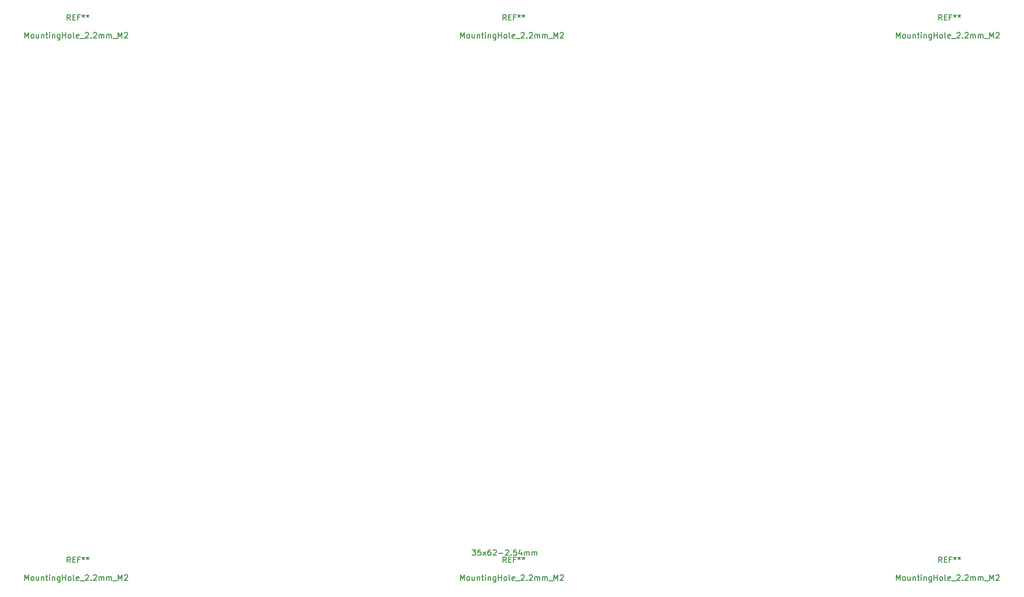
<source format=gbr>
%TF.GenerationSoftware,KiCad,Pcbnew,5.1.5-1.fc31*%
%TF.CreationDate,2020-02-21T03:24:36+01:00*%
%TF.ProjectId,board-35x62-2.54mm,626f6172-642d-4333-9578-36322d322e35,1.0*%
%TF.SameCoordinates,PX37b6b20PY8404630*%
%TF.FileFunction,Other,Fab,Top*%
%FSLAX46Y46*%
G04 Gerber Fmt 4.6, Leading zero omitted, Abs format (unit mm)*
G04 Created by KiCad (PCBNEW 5.1.5-1.fc31) date 2020-02-21 03:24:36*
%MOMM*%
%LPD*%
G04 APERTURE LIST*
%ADD10C,0.150000*%
G04 APERTURE END LIST*
D10*
X72954285Y4357620D02*
X73573333Y4357620D01*
X73240000Y3976667D01*
X73382857Y3976667D01*
X73478095Y3929048D01*
X73525714Y3881429D01*
X73573333Y3786191D01*
X73573333Y3548096D01*
X73525714Y3452858D01*
X73478095Y3405239D01*
X73382857Y3357620D01*
X73097142Y3357620D01*
X73001904Y3405239D01*
X72954285Y3452858D01*
X74478095Y4357620D02*
X74001904Y4357620D01*
X73954285Y3881429D01*
X74001904Y3929048D01*
X74097142Y3976667D01*
X74335238Y3976667D01*
X74430476Y3929048D01*
X74478095Y3881429D01*
X74525714Y3786191D01*
X74525714Y3548096D01*
X74478095Y3452858D01*
X74430476Y3405239D01*
X74335238Y3357620D01*
X74097142Y3357620D01*
X74001904Y3405239D01*
X73954285Y3452858D01*
X74859047Y3357620D02*
X75382857Y4024286D01*
X74859047Y4024286D02*
X75382857Y3357620D01*
X76192380Y4357620D02*
X76001904Y4357620D01*
X75906666Y4310000D01*
X75859047Y4262381D01*
X75763809Y4119524D01*
X75716190Y3929048D01*
X75716190Y3548096D01*
X75763809Y3452858D01*
X75811428Y3405239D01*
X75906666Y3357620D01*
X76097142Y3357620D01*
X76192380Y3405239D01*
X76240000Y3452858D01*
X76287619Y3548096D01*
X76287619Y3786191D01*
X76240000Y3881429D01*
X76192380Y3929048D01*
X76097142Y3976667D01*
X75906666Y3976667D01*
X75811428Y3929048D01*
X75763809Y3881429D01*
X75716190Y3786191D01*
X76668571Y4262381D02*
X76716190Y4310000D01*
X76811428Y4357620D01*
X77049523Y4357620D01*
X77144761Y4310000D01*
X77192380Y4262381D01*
X77240000Y4167143D01*
X77240000Y4071905D01*
X77192380Y3929048D01*
X76620952Y3357620D01*
X77240000Y3357620D01*
X77668571Y3738572D02*
X78430476Y3738572D01*
X78859047Y4262381D02*
X78906666Y4310000D01*
X79001904Y4357620D01*
X79240000Y4357620D01*
X79335238Y4310000D01*
X79382857Y4262381D01*
X79430476Y4167143D01*
X79430476Y4071905D01*
X79382857Y3929048D01*
X78811428Y3357620D01*
X79430476Y3357620D01*
X79859047Y3452858D02*
X79906666Y3405239D01*
X79859047Y3357620D01*
X79811428Y3405239D01*
X79859047Y3452858D01*
X79859047Y3357620D01*
X80811428Y4357620D02*
X80335238Y4357620D01*
X80287619Y3881429D01*
X80335238Y3929048D01*
X80430476Y3976667D01*
X80668571Y3976667D01*
X80763809Y3929048D01*
X80811428Y3881429D01*
X80859047Y3786191D01*
X80859047Y3548096D01*
X80811428Y3452858D01*
X80763809Y3405239D01*
X80668571Y3357620D01*
X80430476Y3357620D01*
X80335238Y3405239D01*
X80287619Y3452858D01*
X81716190Y4024286D02*
X81716190Y3357620D01*
X81478095Y4405239D02*
X81240000Y3690953D01*
X81859047Y3690953D01*
X82240000Y3357620D02*
X82240000Y4024286D01*
X82240000Y3929048D02*
X82287619Y3976667D01*
X82382857Y4024286D01*
X82525714Y4024286D01*
X82620952Y3976667D01*
X82668571Y3881429D01*
X82668571Y3357620D01*
X82668571Y3881429D02*
X82716190Y3976667D01*
X82811428Y4024286D01*
X82954285Y4024286D01*
X83049523Y3976667D01*
X83097142Y3881429D01*
X83097142Y3357620D01*
X83573333Y3357620D02*
X83573333Y4024286D01*
X83573333Y3929048D02*
X83620952Y3976667D01*
X83716190Y4024286D01*
X83859047Y4024286D01*
X83954285Y3976667D01*
X84001904Y3881429D01*
X84001904Y3357620D01*
X84001904Y3881429D02*
X84049523Y3976667D01*
X84144761Y4024286D01*
X84287619Y4024286D01*
X84382857Y3976667D01*
X84430476Y3881429D01*
X84430476Y3357620D01*
X70890952Y95407620D02*
X70890952Y96407620D01*
X71224285Y95693334D01*
X71557619Y96407620D01*
X71557619Y95407620D01*
X72176666Y95407620D02*
X72081428Y95455239D01*
X72033809Y95502858D01*
X71986190Y95598096D01*
X71986190Y95883810D01*
X72033809Y95979048D01*
X72081428Y96026667D01*
X72176666Y96074286D01*
X72319523Y96074286D01*
X72414761Y96026667D01*
X72462380Y95979048D01*
X72509999Y95883810D01*
X72509999Y95598096D01*
X72462380Y95502858D01*
X72414761Y95455239D01*
X72319523Y95407620D01*
X72176666Y95407620D01*
X73367142Y96074286D02*
X73367142Y95407620D01*
X72938571Y96074286D02*
X72938571Y95550477D01*
X72986190Y95455239D01*
X73081428Y95407620D01*
X73224285Y95407620D01*
X73319523Y95455239D01*
X73367142Y95502858D01*
X73843333Y96074286D02*
X73843333Y95407620D01*
X73843333Y95979048D02*
X73890952Y96026667D01*
X73986190Y96074286D01*
X74129047Y96074286D01*
X74224285Y96026667D01*
X74271904Y95931429D01*
X74271904Y95407620D01*
X74605238Y96074286D02*
X74986190Y96074286D01*
X74748095Y96407620D02*
X74748095Y95550477D01*
X74795714Y95455239D01*
X74890952Y95407620D01*
X74986190Y95407620D01*
X75319523Y95407620D02*
X75319523Y96074286D01*
X75319523Y96407620D02*
X75271904Y96360000D01*
X75319523Y96312381D01*
X75367142Y96360000D01*
X75319523Y96407620D01*
X75319523Y96312381D01*
X75795714Y96074286D02*
X75795714Y95407620D01*
X75795714Y95979048D02*
X75843333Y96026667D01*
X75938571Y96074286D01*
X76081428Y96074286D01*
X76176666Y96026667D01*
X76224285Y95931429D01*
X76224285Y95407620D01*
X77129047Y96074286D02*
X77129047Y95264762D01*
X77081428Y95169524D01*
X77033809Y95121905D01*
X76938571Y95074286D01*
X76795714Y95074286D01*
X76700476Y95121905D01*
X77129047Y95455239D02*
X77033809Y95407620D01*
X76843333Y95407620D01*
X76748095Y95455239D01*
X76700476Y95502858D01*
X76652857Y95598096D01*
X76652857Y95883810D01*
X76700476Y95979048D01*
X76748095Y96026667D01*
X76843333Y96074286D01*
X77033809Y96074286D01*
X77129047Y96026667D01*
X77605238Y95407620D02*
X77605238Y96407620D01*
X77605238Y95931429D02*
X78176666Y95931429D01*
X78176666Y95407620D02*
X78176666Y96407620D01*
X78795714Y95407620D02*
X78700476Y95455239D01*
X78652857Y95502858D01*
X78605238Y95598096D01*
X78605238Y95883810D01*
X78652857Y95979048D01*
X78700476Y96026667D01*
X78795714Y96074286D01*
X78938571Y96074286D01*
X79033809Y96026667D01*
X79081428Y95979048D01*
X79129047Y95883810D01*
X79129047Y95598096D01*
X79081428Y95502858D01*
X79033809Y95455239D01*
X78938571Y95407620D01*
X78795714Y95407620D01*
X79700476Y95407620D02*
X79605238Y95455239D01*
X79557619Y95550477D01*
X79557619Y96407620D01*
X80462380Y95455239D02*
X80367142Y95407620D01*
X80176666Y95407620D01*
X80081428Y95455239D01*
X80033809Y95550477D01*
X80033809Y95931429D01*
X80081428Y96026667D01*
X80176666Y96074286D01*
X80367142Y96074286D01*
X80462380Y96026667D01*
X80510000Y95931429D01*
X80510000Y95836191D01*
X80033809Y95740953D01*
X80700476Y95312381D02*
X81462380Y95312381D01*
X81652857Y96312381D02*
X81700476Y96360000D01*
X81795714Y96407620D01*
X82033809Y96407620D01*
X82129047Y96360000D01*
X82176666Y96312381D01*
X82224285Y96217143D01*
X82224285Y96121905D01*
X82176666Y95979048D01*
X81605238Y95407620D01*
X82224285Y95407620D01*
X82652857Y95502858D02*
X82700476Y95455239D01*
X82652857Y95407620D01*
X82605238Y95455239D01*
X82652857Y95502858D01*
X82652857Y95407620D01*
X83081428Y96312381D02*
X83129047Y96360000D01*
X83224285Y96407620D01*
X83462380Y96407620D01*
X83557619Y96360000D01*
X83605238Y96312381D01*
X83652857Y96217143D01*
X83652857Y96121905D01*
X83605238Y95979048D01*
X83033809Y95407620D01*
X83652857Y95407620D01*
X84081428Y95407620D02*
X84081428Y96074286D01*
X84081428Y95979048D02*
X84129047Y96026667D01*
X84224285Y96074286D01*
X84367142Y96074286D01*
X84462380Y96026667D01*
X84510000Y95931429D01*
X84510000Y95407620D01*
X84510000Y95931429D02*
X84557619Y96026667D01*
X84652857Y96074286D01*
X84795714Y96074286D01*
X84890952Y96026667D01*
X84938571Y95931429D01*
X84938571Y95407620D01*
X85414761Y95407620D02*
X85414761Y96074286D01*
X85414761Y95979048D02*
X85462380Y96026667D01*
X85557619Y96074286D01*
X85700476Y96074286D01*
X85795714Y96026667D01*
X85843333Y95931429D01*
X85843333Y95407620D01*
X85843333Y95931429D02*
X85890952Y96026667D01*
X85986190Y96074286D01*
X86129047Y96074286D01*
X86224285Y96026667D01*
X86271904Y95931429D01*
X86271904Y95407620D01*
X86510000Y95312381D02*
X87271904Y95312381D01*
X87510000Y95407620D02*
X87510000Y96407620D01*
X87843333Y95693334D01*
X88176666Y96407620D01*
X88176666Y95407620D01*
X88605238Y96312381D02*
X88652857Y96360000D01*
X88748095Y96407620D01*
X88986190Y96407620D01*
X89081428Y96360000D01*
X89129047Y96312381D01*
X89176666Y96217143D01*
X89176666Y96121905D01*
X89129047Y95979048D01*
X88557619Y95407620D01*
X89176666Y95407620D01*
X78976666Y98607620D02*
X78643333Y99083810D01*
X78405238Y98607620D02*
X78405238Y99607620D01*
X78786190Y99607620D01*
X78881428Y99560000D01*
X78929047Y99512381D01*
X78976666Y99417143D01*
X78976666Y99274286D01*
X78929047Y99179048D01*
X78881428Y99131429D01*
X78786190Y99083810D01*
X78405238Y99083810D01*
X79405238Y99131429D02*
X79738571Y99131429D01*
X79881428Y98607620D02*
X79405238Y98607620D01*
X79405238Y99607620D01*
X79881428Y99607620D01*
X80643333Y99131429D02*
X80310000Y99131429D01*
X80310000Y98607620D02*
X80310000Y99607620D01*
X80786190Y99607620D01*
X81310000Y99607620D02*
X81310000Y99369524D01*
X81071904Y99464762D02*
X81310000Y99369524D01*
X81548095Y99464762D01*
X81167142Y99179048D02*
X81310000Y99369524D01*
X81452857Y99179048D01*
X82071904Y99607620D02*
X82071904Y99369524D01*
X81833809Y99464762D02*
X82071904Y99369524D01*
X82310000Y99464762D01*
X81929047Y99179048D02*
X82071904Y99369524D01*
X82214761Y99179048D01*
X70890952Y-1112380D02*
X70890952Y-112380D01*
X71224285Y-826666D01*
X71557619Y-112380D01*
X71557619Y-1112380D01*
X72176666Y-1112380D02*
X72081428Y-1064761D01*
X72033809Y-1017142D01*
X71986190Y-921904D01*
X71986190Y-636190D01*
X72033809Y-540952D01*
X72081428Y-493333D01*
X72176666Y-445714D01*
X72319523Y-445714D01*
X72414761Y-493333D01*
X72462380Y-540952D01*
X72509999Y-636190D01*
X72509999Y-921904D01*
X72462380Y-1017142D01*
X72414761Y-1064761D01*
X72319523Y-1112380D01*
X72176666Y-1112380D01*
X73367142Y-445714D02*
X73367142Y-1112380D01*
X72938571Y-445714D02*
X72938571Y-969523D01*
X72986190Y-1064761D01*
X73081428Y-1112380D01*
X73224285Y-1112380D01*
X73319523Y-1064761D01*
X73367142Y-1017142D01*
X73843333Y-445714D02*
X73843333Y-1112380D01*
X73843333Y-540952D02*
X73890952Y-493333D01*
X73986190Y-445714D01*
X74129047Y-445714D01*
X74224285Y-493333D01*
X74271904Y-588571D01*
X74271904Y-1112380D01*
X74605238Y-445714D02*
X74986190Y-445714D01*
X74748095Y-112380D02*
X74748095Y-969523D01*
X74795714Y-1064761D01*
X74890952Y-1112380D01*
X74986190Y-1112380D01*
X75319523Y-1112380D02*
X75319523Y-445714D01*
X75319523Y-112380D02*
X75271904Y-160000D01*
X75319523Y-207619D01*
X75367142Y-160000D01*
X75319523Y-112380D01*
X75319523Y-207619D01*
X75795714Y-445714D02*
X75795714Y-1112380D01*
X75795714Y-540952D02*
X75843333Y-493333D01*
X75938571Y-445714D01*
X76081428Y-445714D01*
X76176666Y-493333D01*
X76224285Y-588571D01*
X76224285Y-1112380D01*
X77129047Y-445714D02*
X77129047Y-1255238D01*
X77081428Y-1350476D01*
X77033809Y-1398095D01*
X76938571Y-1445714D01*
X76795714Y-1445714D01*
X76700476Y-1398095D01*
X77129047Y-1064761D02*
X77033809Y-1112380D01*
X76843333Y-1112380D01*
X76748095Y-1064761D01*
X76700476Y-1017142D01*
X76652857Y-921904D01*
X76652857Y-636190D01*
X76700476Y-540952D01*
X76748095Y-493333D01*
X76843333Y-445714D01*
X77033809Y-445714D01*
X77129047Y-493333D01*
X77605238Y-1112380D02*
X77605238Y-112380D01*
X77605238Y-588571D02*
X78176666Y-588571D01*
X78176666Y-1112380D02*
X78176666Y-112380D01*
X78795714Y-1112380D02*
X78700476Y-1064761D01*
X78652857Y-1017142D01*
X78605238Y-921904D01*
X78605238Y-636190D01*
X78652857Y-540952D01*
X78700476Y-493333D01*
X78795714Y-445714D01*
X78938571Y-445714D01*
X79033809Y-493333D01*
X79081428Y-540952D01*
X79129047Y-636190D01*
X79129047Y-921904D01*
X79081428Y-1017142D01*
X79033809Y-1064761D01*
X78938571Y-1112380D01*
X78795714Y-1112380D01*
X79700476Y-1112380D02*
X79605238Y-1064761D01*
X79557619Y-969523D01*
X79557619Y-112380D01*
X80462380Y-1064761D02*
X80367142Y-1112380D01*
X80176666Y-1112380D01*
X80081428Y-1064761D01*
X80033809Y-969523D01*
X80033809Y-588571D01*
X80081428Y-493333D01*
X80176666Y-445714D01*
X80367142Y-445714D01*
X80462380Y-493333D01*
X80510000Y-588571D01*
X80510000Y-683809D01*
X80033809Y-779047D01*
X80700476Y-1207619D02*
X81462380Y-1207619D01*
X81652857Y-207619D02*
X81700476Y-160000D01*
X81795714Y-112380D01*
X82033809Y-112380D01*
X82129047Y-160000D01*
X82176666Y-207619D01*
X82224285Y-302857D01*
X82224285Y-398095D01*
X82176666Y-540952D01*
X81605238Y-1112380D01*
X82224285Y-1112380D01*
X82652857Y-1017142D02*
X82700476Y-1064761D01*
X82652857Y-1112380D01*
X82605238Y-1064761D01*
X82652857Y-1017142D01*
X82652857Y-1112380D01*
X83081428Y-207619D02*
X83129047Y-160000D01*
X83224285Y-112380D01*
X83462380Y-112380D01*
X83557619Y-160000D01*
X83605238Y-207619D01*
X83652857Y-302857D01*
X83652857Y-398095D01*
X83605238Y-540952D01*
X83033809Y-1112380D01*
X83652857Y-1112380D01*
X84081428Y-1112380D02*
X84081428Y-445714D01*
X84081428Y-540952D02*
X84129047Y-493333D01*
X84224285Y-445714D01*
X84367142Y-445714D01*
X84462380Y-493333D01*
X84510000Y-588571D01*
X84510000Y-1112380D01*
X84510000Y-588571D02*
X84557619Y-493333D01*
X84652857Y-445714D01*
X84795714Y-445714D01*
X84890952Y-493333D01*
X84938571Y-588571D01*
X84938571Y-1112380D01*
X85414761Y-1112380D02*
X85414761Y-445714D01*
X85414761Y-540952D02*
X85462380Y-493333D01*
X85557619Y-445714D01*
X85700476Y-445714D01*
X85795714Y-493333D01*
X85843333Y-588571D01*
X85843333Y-1112380D01*
X85843333Y-588571D02*
X85890952Y-493333D01*
X85986190Y-445714D01*
X86129047Y-445714D01*
X86224285Y-493333D01*
X86271904Y-588571D01*
X86271904Y-1112380D01*
X86510000Y-1207619D02*
X87271904Y-1207619D01*
X87510000Y-1112380D02*
X87510000Y-112380D01*
X87843333Y-826666D01*
X88176666Y-112380D01*
X88176666Y-1112380D01*
X88605238Y-207619D02*
X88652857Y-160000D01*
X88748095Y-112380D01*
X88986190Y-112380D01*
X89081428Y-160000D01*
X89129047Y-207619D01*
X89176666Y-302857D01*
X89176666Y-398095D01*
X89129047Y-540952D01*
X88557619Y-1112380D01*
X89176666Y-1112380D01*
X78976666Y2087620D02*
X78643333Y2563810D01*
X78405238Y2087620D02*
X78405238Y3087620D01*
X78786190Y3087620D01*
X78881428Y3040000D01*
X78929047Y2992381D01*
X78976666Y2897143D01*
X78976666Y2754286D01*
X78929047Y2659048D01*
X78881428Y2611429D01*
X78786190Y2563810D01*
X78405238Y2563810D01*
X79405238Y2611429D02*
X79738571Y2611429D01*
X79881428Y2087620D02*
X79405238Y2087620D01*
X79405238Y3087620D01*
X79881428Y3087620D01*
X80643333Y2611429D02*
X80310000Y2611429D01*
X80310000Y2087620D02*
X80310000Y3087620D01*
X80786190Y3087620D01*
X81310000Y3087620D02*
X81310000Y2849524D01*
X81071904Y2944762D02*
X81310000Y2849524D01*
X81548095Y2944762D01*
X81167142Y2659048D02*
X81310000Y2849524D01*
X81452857Y2659048D01*
X82071904Y3087620D02*
X82071904Y2849524D01*
X81833809Y2944762D02*
X82071904Y2849524D01*
X82310000Y2944762D01*
X81929047Y2659048D02*
X82071904Y2849524D01*
X82214761Y2659048D01*
X148360952Y-1112380D02*
X148360952Y-112380D01*
X148694285Y-826666D01*
X149027619Y-112380D01*
X149027619Y-1112380D01*
X149646666Y-1112380D02*
X149551428Y-1064761D01*
X149503809Y-1017142D01*
X149456190Y-921904D01*
X149456190Y-636190D01*
X149503809Y-540952D01*
X149551428Y-493333D01*
X149646666Y-445714D01*
X149789523Y-445714D01*
X149884761Y-493333D01*
X149932380Y-540952D01*
X149980000Y-636190D01*
X149980000Y-921904D01*
X149932380Y-1017142D01*
X149884761Y-1064761D01*
X149789523Y-1112380D01*
X149646666Y-1112380D01*
X150837142Y-445714D02*
X150837142Y-1112380D01*
X150408571Y-445714D02*
X150408571Y-969523D01*
X150456190Y-1064761D01*
X150551428Y-1112380D01*
X150694285Y-1112380D01*
X150789523Y-1064761D01*
X150837142Y-1017142D01*
X151313333Y-445714D02*
X151313333Y-1112380D01*
X151313333Y-540952D02*
X151360952Y-493333D01*
X151456190Y-445714D01*
X151599047Y-445714D01*
X151694285Y-493333D01*
X151741904Y-588571D01*
X151741904Y-1112380D01*
X152075238Y-445714D02*
X152456190Y-445714D01*
X152218095Y-112380D02*
X152218095Y-969523D01*
X152265714Y-1064761D01*
X152360952Y-1112380D01*
X152456190Y-1112380D01*
X152789523Y-1112380D02*
X152789523Y-445714D01*
X152789523Y-112380D02*
X152741904Y-160000D01*
X152789523Y-207619D01*
X152837142Y-160000D01*
X152789523Y-112380D01*
X152789523Y-207619D01*
X153265714Y-445714D02*
X153265714Y-1112380D01*
X153265714Y-540952D02*
X153313333Y-493333D01*
X153408571Y-445714D01*
X153551428Y-445714D01*
X153646666Y-493333D01*
X153694285Y-588571D01*
X153694285Y-1112380D01*
X154599047Y-445714D02*
X154599047Y-1255238D01*
X154551428Y-1350476D01*
X154503809Y-1398095D01*
X154408571Y-1445714D01*
X154265714Y-1445714D01*
X154170476Y-1398095D01*
X154599047Y-1064761D02*
X154503809Y-1112380D01*
X154313333Y-1112380D01*
X154218095Y-1064761D01*
X154170476Y-1017142D01*
X154122857Y-921904D01*
X154122857Y-636190D01*
X154170476Y-540952D01*
X154218095Y-493333D01*
X154313333Y-445714D01*
X154503809Y-445714D01*
X154599047Y-493333D01*
X155075238Y-1112380D02*
X155075238Y-112380D01*
X155075238Y-588571D02*
X155646666Y-588571D01*
X155646666Y-1112380D02*
X155646666Y-112380D01*
X156265714Y-1112380D02*
X156170476Y-1064761D01*
X156122857Y-1017142D01*
X156075238Y-921904D01*
X156075238Y-636190D01*
X156122857Y-540952D01*
X156170476Y-493333D01*
X156265714Y-445714D01*
X156408571Y-445714D01*
X156503809Y-493333D01*
X156551428Y-540952D01*
X156599047Y-636190D01*
X156599047Y-921904D01*
X156551428Y-1017142D01*
X156503809Y-1064761D01*
X156408571Y-1112380D01*
X156265714Y-1112380D01*
X157170476Y-1112380D02*
X157075238Y-1064761D01*
X157027619Y-969523D01*
X157027619Y-112380D01*
X157932380Y-1064761D02*
X157837142Y-1112380D01*
X157646666Y-1112380D01*
X157551428Y-1064761D01*
X157503809Y-969523D01*
X157503809Y-588571D01*
X157551428Y-493333D01*
X157646666Y-445714D01*
X157837142Y-445714D01*
X157932380Y-493333D01*
X157980000Y-588571D01*
X157980000Y-683809D01*
X157503809Y-779047D01*
X158170476Y-1207619D02*
X158932380Y-1207619D01*
X159122857Y-207619D02*
X159170476Y-160000D01*
X159265714Y-112380D01*
X159503809Y-112380D01*
X159599047Y-160000D01*
X159646666Y-207619D01*
X159694285Y-302857D01*
X159694285Y-398095D01*
X159646666Y-540952D01*
X159075238Y-1112380D01*
X159694285Y-1112380D01*
X160122857Y-1017142D02*
X160170476Y-1064761D01*
X160122857Y-1112380D01*
X160075238Y-1064761D01*
X160122857Y-1017142D01*
X160122857Y-1112380D01*
X160551428Y-207619D02*
X160599047Y-160000D01*
X160694285Y-112380D01*
X160932380Y-112380D01*
X161027619Y-160000D01*
X161075238Y-207619D01*
X161122857Y-302857D01*
X161122857Y-398095D01*
X161075238Y-540952D01*
X160503809Y-1112380D01*
X161122857Y-1112380D01*
X161551428Y-1112380D02*
X161551428Y-445714D01*
X161551428Y-540952D02*
X161599047Y-493333D01*
X161694285Y-445714D01*
X161837142Y-445714D01*
X161932380Y-493333D01*
X161980000Y-588571D01*
X161980000Y-1112380D01*
X161980000Y-588571D02*
X162027619Y-493333D01*
X162122857Y-445714D01*
X162265714Y-445714D01*
X162360952Y-493333D01*
X162408571Y-588571D01*
X162408571Y-1112380D01*
X162884761Y-1112380D02*
X162884761Y-445714D01*
X162884761Y-540952D02*
X162932380Y-493333D01*
X163027619Y-445714D01*
X163170476Y-445714D01*
X163265714Y-493333D01*
X163313333Y-588571D01*
X163313333Y-1112380D01*
X163313333Y-588571D02*
X163360952Y-493333D01*
X163456190Y-445714D01*
X163599047Y-445714D01*
X163694285Y-493333D01*
X163741904Y-588571D01*
X163741904Y-1112380D01*
X163980000Y-1207619D02*
X164741904Y-1207619D01*
X164980000Y-1112380D02*
X164980000Y-112380D01*
X165313333Y-826666D01*
X165646666Y-112380D01*
X165646666Y-1112380D01*
X166075238Y-207619D02*
X166122857Y-160000D01*
X166218095Y-112380D01*
X166456190Y-112380D01*
X166551428Y-160000D01*
X166599047Y-207619D01*
X166646666Y-302857D01*
X166646666Y-398095D01*
X166599047Y-540952D01*
X166027619Y-1112380D01*
X166646666Y-1112380D01*
X156446666Y2087620D02*
X156113333Y2563810D01*
X155875238Y2087620D02*
X155875238Y3087620D01*
X156256190Y3087620D01*
X156351428Y3040000D01*
X156399047Y2992381D01*
X156446666Y2897143D01*
X156446666Y2754286D01*
X156399047Y2659048D01*
X156351428Y2611429D01*
X156256190Y2563810D01*
X155875238Y2563810D01*
X156875238Y2611429D02*
X157208571Y2611429D01*
X157351428Y2087620D02*
X156875238Y2087620D01*
X156875238Y3087620D01*
X157351428Y3087620D01*
X158113333Y2611429D02*
X157780000Y2611429D01*
X157780000Y2087620D02*
X157780000Y3087620D01*
X158256190Y3087620D01*
X158780000Y3087620D02*
X158780000Y2849524D01*
X158541904Y2944762D02*
X158780000Y2849524D01*
X159018095Y2944762D01*
X158637142Y2659048D02*
X158780000Y2849524D01*
X158922857Y2659048D01*
X159541904Y3087620D02*
X159541904Y2849524D01*
X159303809Y2944762D02*
X159541904Y2849524D01*
X159780000Y2944762D01*
X159399047Y2659048D02*
X159541904Y2849524D01*
X159684761Y2659048D01*
X-6579048Y-1112380D02*
X-6579048Y-112380D01*
X-6245715Y-826666D01*
X-5912381Y-112380D01*
X-5912381Y-1112380D01*
X-5293334Y-1112380D02*
X-5388572Y-1064761D01*
X-5436191Y-1017142D01*
X-5483810Y-921904D01*
X-5483810Y-636190D01*
X-5436191Y-540952D01*
X-5388572Y-493333D01*
X-5293334Y-445714D01*
X-5150477Y-445714D01*
X-5055239Y-493333D01*
X-5007620Y-540952D01*
X-4960000Y-636190D01*
X-4960000Y-921904D01*
X-5007620Y-1017142D01*
X-5055239Y-1064761D01*
X-5150477Y-1112380D01*
X-5293334Y-1112380D01*
X-4102858Y-445714D02*
X-4102858Y-1112380D01*
X-4531429Y-445714D02*
X-4531429Y-969523D01*
X-4483810Y-1064761D01*
X-4388572Y-1112380D01*
X-4245715Y-1112380D01*
X-4150477Y-1064761D01*
X-4102858Y-1017142D01*
X-3626667Y-445714D02*
X-3626667Y-1112380D01*
X-3626667Y-540952D02*
X-3579048Y-493333D01*
X-3483810Y-445714D01*
X-3340953Y-445714D01*
X-3245715Y-493333D01*
X-3198096Y-588571D01*
X-3198096Y-1112380D01*
X-2864762Y-445714D02*
X-2483810Y-445714D01*
X-2721905Y-112380D02*
X-2721905Y-969523D01*
X-2674286Y-1064761D01*
X-2579048Y-1112380D01*
X-2483810Y-1112380D01*
X-2150477Y-1112380D02*
X-2150477Y-445714D01*
X-2150477Y-112380D02*
X-2198096Y-160000D01*
X-2150477Y-207619D01*
X-2102858Y-160000D01*
X-2150477Y-112380D01*
X-2150477Y-207619D01*
X-1674286Y-445714D02*
X-1674286Y-1112380D01*
X-1674286Y-540952D02*
X-1626667Y-493333D01*
X-1531429Y-445714D01*
X-1388572Y-445714D01*
X-1293334Y-493333D01*
X-1245715Y-588571D01*
X-1245715Y-1112380D01*
X-340953Y-445714D02*
X-340953Y-1255238D01*
X-388572Y-1350476D01*
X-436191Y-1398095D01*
X-531429Y-1445714D01*
X-674286Y-1445714D01*
X-769524Y-1398095D01*
X-340953Y-1064761D02*
X-436191Y-1112380D01*
X-626667Y-1112380D01*
X-721905Y-1064761D01*
X-769524Y-1017142D01*
X-817143Y-921904D01*
X-817143Y-636190D01*
X-769524Y-540952D01*
X-721905Y-493333D01*
X-626667Y-445714D01*
X-436191Y-445714D01*
X-340953Y-493333D01*
X135238Y-1112380D02*
X135238Y-112380D01*
X135238Y-588571D02*
X706666Y-588571D01*
X706666Y-1112380D02*
X706666Y-112380D01*
X1325714Y-1112380D02*
X1230476Y-1064761D01*
X1182857Y-1017142D01*
X1135238Y-921904D01*
X1135238Y-636190D01*
X1182857Y-540952D01*
X1230476Y-493333D01*
X1325714Y-445714D01*
X1468571Y-445714D01*
X1563809Y-493333D01*
X1611428Y-540952D01*
X1659047Y-636190D01*
X1659047Y-921904D01*
X1611428Y-1017142D01*
X1563809Y-1064761D01*
X1468571Y-1112380D01*
X1325714Y-1112380D01*
X2230476Y-1112380D02*
X2135238Y-1064761D01*
X2087619Y-969523D01*
X2087619Y-112380D01*
X2992380Y-1064761D02*
X2897142Y-1112380D01*
X2706666Y-1112380D01*
X2611428Y-1064761D01*
X2563809Y-969523D01*
X2563809Y-588571D01*
X2611428Y-493333D01*
X2706666Y-445714D01*
X2897142Y-445714D01*
X2992380Y-493333D01*
X3040000Y-588571D01*
X3040000Y-683809D01*
X2563809Y-779047D01*
X3230476Y-1207619D02*
X3992380Y-1207619D01*
X4182857Y-207619D02*
X4230476Y-160000D01*
X4325714Y-112380D01*
X4563809Y-112380D01*
X4659047Y-160000D01*
X4706666Y-207619D01*
X4754285Y-302857D01*
X4754285Y-398095D01*
X4706666Y-540952D01*
X4135238Y-1112380D01*
X4754285Y-1112380D01*
X5182857Y-1017142D02*
X5230476Y-1064761D01*
X5182857Y-1112380D01*
X5135238Y-1064761D01*
X5182857Y-1017142D01*
X5182857Y-1112380D01*
X5611428Y-207619D02*
X5659047Y-160000D01*
X5754285Y-112380D01*
X5992380Y-112380D01*
X6087619Y-160000D01*
X6135238Y-207619D01*
X6182857Y-302857D01*
X6182857Y-398095D01*
X6135238Y-540952D01*
X5563809Y-1112380D01*
X6182857Y-1112380D01*
X6611428Y-1112380D02*
X6611428Y-445714D01*
X6611428Y-540952D02*
X6659047Y-493333D01*
X6754285Y-445714D01*
X6897142Y-445714D01*
X6992380Y-493333D01*
X7039999Y-588571D01*
X7039999Y-1112380D01*
X7039999Y-588571D02*
X7087619Y-493333D01*
X7182857Y-445714D01*
X7325714Y-445714D01*
X7420952Y-493333D01*
X7468571Y-588571D01*
X7468571Y-1112380D01*
X7944761Y-1112380D02*
X7944761Y-445714D01*
X7944761Y-540952D02*
X7992380Y-493333D01*
X8087619Y-445714D01*
X8230476Y-445714D01*
X8325714Y-493333D01*
X8373333Y-588571D01*
X8373333Y-1112380D01*
X8373333Y-588571D02*
X8420952Y-493333D01*
X8516190Y-445714D01*
X8659047Y-445714D01*
X8754285Y-493333D01*
X8801904Y-588571D01*
X8801904Y-1112380D01*
X9040000Y-1207619D02*
X9801904Y-1207619D01*
X10040000Y-1112380D02*
X10040000Y-112380D01*
X10373333Y-826666D01*
X10706666Y-112380D01*
X10706666Y-1112380D01*
X11135238Y-207619D02*
X11182857Y-160000D01*
X11278095Y-112380D01*
X11516190Y-112380D01*
X11611428Y-160000D01*
X11659047Y-207619D01*
X11706666Y-302857D01*
X11706666Y-398095D01*
X11659047Y-540952D01*
X11087619Y-1112380D01*
X11706666Y-1112380D01*
X1506666Y2087620D02*
X1173333Y2563810D01*
X935238Y2087620D02*
X935238Y3087620D01*
X1316190Y3087620D01*
X1411428Y3040000D01*
X1459047Y2992381D01*
X1506666Y2897143D01*
X1506666Y2754286D01*
X1459047Y2659048D01*
X1411428Y2611429D01*
X1316190Y2563810D01*
X935238Y2563810D01*
X1935238Y2611429D02*
X2268571Y2611429D01*
X2411428Y2087620D02*
X1935238Y2087620D01*
X1935238Y3087620D01*
X2411428Y3087620D01*
X3173333Y2611429D02*
X2840000Y2611429D01*
X2840000Y2087620D02*
X2840000Y3087620D01*
X3316190Y3087620D01*
X3840000Y3087620D02*
X3840000Y2849524D01*
X3601904Y2944762D02*
X3840000Y2849524D01*
X4078095Y2944762D01*
X3697142Y2659048D02*
X3840000Y2849524D01*
X3982857Y2659048D01*
X4601904Y3087620D02*
X4601904Y2849524D01*
X4363809Y2944762D02*
X4601904Y2849524D01*
X4840000Y2944762D01*
X4459047Y2659048D02*
X4601904Y2849524D01*
X4744761Y2659048D01*
X148360952Y95407620D02*
X148360952Y96407620D01*
X148694285Y95693334D01*
X149027619Y96407620D01*
X149027619Y95407620D01*
X149646666Y95407620D02*
X149551428Y95455239D01*
X149503809Y95502858D01*
X149456190Y95598096D01*
X149456190Y95883810D01*
X149503809Y95979048D01*
X149551428Y96026667D01*
X149646666Y96074286D01*
X149789523Y96074286D01*
X149884761Y96026667D01*
X149932380Y95979048D01*
X149980000Y95883810D01*
X149980000Y95598096D01*
X149932380Y95502858D01*
X149884761Y95455239D01*
X149789523Y95407620D01*
X149646666Y95407620D01*
X150837142Y96074286D02*
X150837142Y95407620D01*
X150408571Y96074286D02*
X150408571Y95550477D01*
X150456190Y95455239D01*
X150551428Y95407620D01*
X150694285Y95407620D01*
X150789523Y95455239D01*
X150837142Y95502858D01*
X151313333Y96074286D02*
X151313333Y95407620D01*
X151313333Y95979048D02*
X151360952Y96026667D01*
X151456190Y96074286D01*
X151599047Y96074286D01*
X151694285Y96026667D01*
X151741904Y95931429D01*
X151741904Y95407620D01*
X152075238Y96074286D02*
X152456190Y96074286D01*
X152218095Y96407620D02*
X152218095Y95550477D01*
X152265714Y95455239D01*
X152360952Y95407620D01*
X152456190Y95407620D01*
X152789523Y95407620D02*
X152789523Y96074286D01*
X152789523Y96407620D02*
X152741904Y96360000D01*
X152789523Y96312381D01*
X152837142Y96360000D01*
X152789523Y96407620D01*
X152789523Y96312381D01*
X153265714Y96074286D02*
X153265714Y95407620D01*
X153265714Y95979048D02*
X153313333Y96026667D01*
X153408571Y96074286D01*
X153551428Y96074286D01*
X153646666Y96026667D01*
X153694285Y95931429D01*
X153694285Y95407620D01*
X154599047Y96074286D02*
X154599047Y95264762D01*
X154551428Y95169524D01*
X154503809Y95121905D01*
X154408571Y95074286D01*
X154265714Y95074286D01*
X154170476Y95121905D01*
X154599047Y95455239D02*
X154503809Y95407620D01*
X154313333Y95407620D01*
X154218095Y95455239D01*
X154170476Y95502858D01*
X154122857Y95598096D01*
X154122857Y95883810D01*
X154170476Y95979048D01*
X154218095Y96026667D01*
X154313333Y96074286D01*
X154503809Y96074286D01*
X154599047Y96026667D01*
X155075238Y95407620D02*
X155075238Y96407620D01*
X155075238Y95931429D02*
X155646666Y95931429D01*
X155646666Y95407620D02*
X155646666Y96407620D01*
X156265714Y95407620D02*
X156170476Y95455239D01*
X156122857Y95502858D01*
X156075238Y95598096D01*
X156075238Y95883810D01*
X156122857Y95979048D01*
X156170476Y96026667D01*
X156265714Y96074286D01*
X156408571Y96074286D01*
X156503809Y96026667D01*
X156551428Y95979048D01*
X156599047Y95883810D01*
X156599047Y95598096D01*
X156551428Y95502858D01*
X156503809Y95455239D01*
X156408571Y95407620D01*
X156265714Y95407620D01*
X157170476Y95407620D02*
X157075238Y95455239D01*
X157027619Y95550477D01*
X157027619Y96407620D01*
X157932380Y95455239D02*
X157837142Y95407620D01*
X157646666Y95407620D01*
X157551428Y95455239D01*
X157503809Y95550477D01*
X157503809Y95931429D01*
X157551428Y96026667D01*
X157646666Y96074286D01*
X157837142Y96074286D01*
X157932380Y96026667D01*
X157980000Y95931429D01*
X157980000Y95836191D01*
X157503809Y95740953D01*
X158170476Y95312381D02*
X158932380Y95312381D01*
X159122857Y96312381D02*
X159170476Y96360000D01*
X159265714Y96407620D01*
X159503809Y96407620D01*
X159599047Y96360000D01*
X159646666Y96312381D01*
X159694285Y96217143D01*
X159694285Y96121905D01*
X159646666Y95979048D01*
X159075238Y95407620D01*
X159694285Y95407620D01*
X160122857Y95502858D02*
X160170476Y95455239D01*
X160122857Y95407620D01*
X160075238Y95455239D01*
X160122857Y95502858D01*
X160122857Y95407620D01*
X160551428Y96312381D02*
X160599047Y96360000D01*
X160694285Y96407620D01*
X160932380Y96407620D01*
X161027619Y96360000D01*
X161075238Y96312381D01*
X161122857Y96217143D01*
X161122857Y96121905D01*
X161075238Y95979048D01*
X160503809Y95407620D01*
X161122857Y95407620D01*
X161551428Y95407620D02*
X161551428Y96074286D01*
X161551428Y95979048D02*
X161599047Y96026667D01*
X161694285Y96074286D01*
X161837142Y96074286D01*
X161932380Y96026667D01*
X161980000Y95931429D01*
X161980000Y95407620D01*
X161980000Y95931429D02*
X162027619Y96026667D01*
X162122857Y96074286D01*
X162265714Y96074286D01*
X162360952Y96026667D01*
X162408571Y95931429D01*
X162408571Y95407620D01*
X162884761Y95407620D02*
X162884761Y96074286D01*
X162884761Y95979048D02*
X162932380Y96026667D01*
X163027619Y96074286D01*
X163170476Y96074286D01*
X163265714Y96026667D01*
X163313333Y95931429D01*
X163313333Y95407620D01*
X163313333Y95931429D02*
X163360952Y96026667D01*
X163456190Y96074286D01*
X163599047Y96074286D01*
X163694285Y96026667D01*
X163741904Y95931429D01*
X163741904Y95407620D01*
X163980000Y95312381D02*
X164741904Y95312381D01*
X164980000Y95407620D02*
X164980000Y96407620D01*
X165313333Y95693334D01*
X165646666Y96407620D01*
X165646666Y95407620D01*
X166075238Y96312381D02*
X166122857Y96360000D01*
X166218095Y96407620D01*
X166456190Y96407620D01*
X166551428Y96360000D01*
X166599047Y96312381D01*
X166646666Y96217143D01*
X166646666Y96121905D01*
X166599047Y95979048D01*
X166027619Y95407620D01*
X166646666Y95407620D01*
X156446666Y98607620D02*
X156113333Y99083810D01*
X155875238Y98607620D02*
X155875238Y99607620D01*
X156256190Y99607620D01*
X156351428Y99560000D01*
X156399047Y99512381D01*
X156446666Y99417143D01*
X156446666Y99274286D01*
X156399047Y99179048D01*
X156351428Y99131429D01*
X156256190Y99083810D01*
X155875238Y99083810D01*
X156875238Y99131429D02*
X157208571Y99131429D01*
X157351428Y98607620D02*
X156875238Y98607620D01*
X156875238Y99607620D01*
X157351428Y99607620D01*
X158113333Y99131429D02*
X157780000Y99131429D01*
X157780000Y98607620D02*
X157780000Y99607620D01*
X158256190Y99607620D01*
X158780000Y99607620D02*
X158780000Y99369524D01*
X158541904Y99464762D02*
X158780000Y99369524D01*
X159018095Y99464762D01*
X158637142Y99179048D02*
X158780000Y99369524D01*
X158922857Y99179048D01*
X159541904Y99607620D02*
X159541904Y99369524D01*
X159303809Y99464762D02*
X159541904Y99369524D01*
X159780000Y99464762D01*
X159399047Y99179048D02*
X159541904Y99369524D01*
X159684761Y99179048D01*
X-6579048Y95407620D02*
X-6579048Y96407620D01*
X-6245715Y95693334D01*
X-5912381Y96407620D01*
X-5912381Y95407620D01*
X-5293334Y95407620D02*
X-5388572Y95455239D01*
X-5436191Y95502858D01*
X-5483810Y95598096D01*
X-5483810Y95883810D01*
X-5436191Y95979048D01*
X-5388572Y96026667D01*
X-5293334Y96074286D01*
X-5150477Y96074286D01*
X-5055239Y96026667D01*
X-5007620Y95979048D01*
X-4960000Y95883810D01*
X-4960000Y95598096D01*
X-5007620Y95502858D01*
X-5055239Y95455239D01*
X-5150477Y95407620D01*
X-5293334Y95407620D01*
X-4102858Y96074286D02*
X-4102858Y95407620D01*
X-4531429Y96074286D02*
X-4531429Y95550477D01*
X-4483810Y95455239D01*
X-4388572Y95407620D01*
X-4245715Y95407620D01*
X-4150477Y95455239D01*
X-4102858Y95502858D01*
X-3626667Y96074286D02*
X-3626667Y95407620D01*
X-3626667Y95979048D02*
X-3579048Y96026667D01*
X-3483810Y96074286D01*
X-3340953Y96074286D01*
X-3245715Y96026667D01*
X-3198096Y95931429D01*
X-3198096Y95407620D01*
X-2864762Y96074286D02*
X-2483810Y96074286D01*
X-2721905Y96407620D02*
X-2721905Y95550477D01*
X-2674286Y95455239D01*
X-2579048Y95407620D01*
X-2483810Y95407620D01*
X-2150477Y95407620D02*
X-2150477Y96074286D01*
X-2150477Y96407620D02*
X-2198096Y96360000D01*
X-2150477Y96312381D01*
X-2102858Y96360000D01*
X-2150477Y96407620D01*
X-2150477Y96312381D01*
X-1674286Y96074286D02*
X-1674286Y95407620D01*
X-1674286Y95979048D02*
X-1626667Y96026667D01*
X-1531429Y96074286D01*
X-1388572Y96074286D01*
X-1293334Y96026667D01*
X-1245715Y95931429D01*
X-1245715Y95407620D01*
X-340953Y96074286D02*
X-340953Y95264762D01*
X-388572Y95169524D01*
X-436191Y95121905D01*
X-531429Y95074286D01*
X-674286Y95074286D01*
X-769524Y95121905D01*
X-340953Y95455239D02*
X-436191Y95407620D01*
X-626667Y95407620D01*
X-721905Y95455239D01*
X-769524Y95502858D01*
X-817143Y95598096D01*
X-817143Y95883810D01*
X-769524Y95979048D01*
X-721905Y96026667D01*
X-626667Y96074286D01*
X-436191Y96074286D01*
X-340953Y96026667D01*
X135238Y95407620D02*
X135238Y96407620D01*
X135238Y95931429D02*
X706666Y95931429D01*
X706666Y95407620D02*
X706666Y96407620D01*
X1325714Y95407620D02*
X1230476Y95455239D01*
X1182857Y95502858D01*
X1135238Y95598096D01*
X1135238Y95883810D01*
X1182857Y95979048D01*
X1230476Y96026667D01*
X1325714Y96074286D01*
X1468571Y96074286D01*
X1563809Y96026667D01*
X1611428Y95979048D01*
X1659047Y95883810D01*
X1659047Y95598096D01*
X1611428Y95502858D01*
X1563809Y95455239D01*
X1468571Y95407620D01*
X1325714Y95407620D01*
X2230476Y95407620D02*
X2135238Y95455239D01*
X2087619Y95550477D01*
X2087619Y96407620D01*
X2992380Y95455239D02*
X2897142Y95407620D01*
X2706666Y95407620D01*
X2611428Y95455239D01*
X2563809Y95550477D01*
X2563809Y95931429D01*
X2611428Y96026667D01*
X2706666Y96074286D01*
X2897142Y96074286D01*
X2992380Y96026667D01*
X3040000Y95931429D01*
X3040000Y95836191D01*
X2563809Y95740953D01*
X3230476Y95312381D02*
X3992380Y95312381D01*
X4182857Y96312381D02*
X4230476Y96360000D01*
X4325714Y96407620D01*
X4563809Y96407620D01*
X4659047Y96360000D01*
X4706666Y96312381D01*
X4754285Y96217143D01*
X4754285Y96121905D01*
X4706666Y95979048D01*
X4135238Y95407620D01*
X4754285Y95407620D01*
X5182857Y95502858D02*
X5230476Y95455239D01*
X5182857Y95407620D01*
X5135238Y95455239D01*
X5182857Y95502858D01*
X5182857Y95407620D01*
X5611428Y96312381D02*
X5659047Y96360000D01*
X5754285Y96407620D01*
X5992380Y96407620D01*
X6087619Y96360000D01*
X6135238Y96312381D01*
X6182857Y96217143D01*
X6182857Y96121905D01*
X6135238Y95979048D01*
X5563809Y95407620D01*
X6182857Y95407620D01*
X6611428Y95407620D02*
X6611428Y96074286D01*
X6611428Y95979048D02*
X6659047Y96026667D01*
X6754285Y96074286D01*
X6897142Y96074286D01*
X6992380Y96026667D01*
X7039999Y95931429D01*
X7039999Y95407620D01*
X7039999Y95931429D02*
X7087619Y96026667D01*
X7182857Y96074286D01*
X7325714Y96074286D01*
X7420952Y96026667D01*
X7468571Y95931429D01*
X7468571Y95407620D01*
X7944761Y95407620D02*
X7944761Y96074286D01*
X7944761Y95979048D02*
X7992380Y96026667D01*
X8087619Y96074286D01*
X8230476Y96074286D01*
X8325714Y96026667D01*
X8373333Y95931429D01*
X8373333Y95407620D01*
X8373333Y95931429D02*
X8420952Y96026667D01*
X8516190Y96074286D01*
X8659047Y96074286D01*
X8754285Y96026667D01*
X8801904Y95931429D01*
X8801904Y95407620D01*
X9040000Y95312381D02*
X9801904Y95312381D01*
X10040000Y95407620D02*
X10040000Y96407620D01*
X10373333Y95693334D01*
X10706666Y96407620D01*
X10706666Y95407620D01*
X11135238Y96312381D02*
X11182857Y96360000D01*
X11278095Y96407620D01*
X11516190Y96407620D01*
X11611428Y96360000D01*
X11659047Y96312381D01*
X11706666Y96217143D01*
X11706666Y96121905D01*
X11659047Y95979048D01*
X11087619Y95407620D01*
X11706666Y95407620D01*
X1506666Y98607620D02*
X1173333Y99083810D01*
X935238Y98607620D02*
X935238Y99607620D01*
X1316190Y99607620D01*
X1411428Y99560000D01*
X1459047Y99512381D01*
X1506666Y99417143D01*
X1506666Y99274286D01*
X1459047Y99179048D01*
X1411428Y99131429D01*
X1316190Y99083810D01*
X935238Y99083810D01*
X1935238Y99131429D02*
X2268571Y99131429D01*
X2411428Y98607620D02*
X1935238Y98607620D01*
X1935238Y99607620D01*
X2411428Y99607620D01*
X3173333Y99131429D02*
X2840000Y99131429D01*
X2840000Y98607620D02*
X2840000Y99607620D01*
X3316190Y99607620D01*
X3840000Y99607620D02*
X3840000Y99369524D01*
X3601904Y99464762D02*
X3840000Y99369524D01*
X4078095Y99464762D01*
X3697142Y99179048D02*
X3840000Y99369524D01*
X3982857Y99179048D01*
X4601904Y99607620D02*
X4601904Y99369524D01*
X4363809Y99464762D02*
X4601904Y99369524D01*
X4840000Y99464762D01*
X4459047Y99179048D02*
X4601904Y99369524D01*
X4744761Y99179048D01*
M02*

</source>
